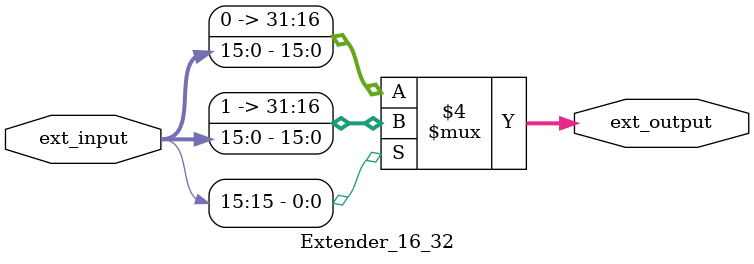
<source format=v>
module Extender_16_32
#(
	parameter INPUT_SIZE = 16, 
	parameter OUTPUT_SIZE = 32
)
(
	input [(INPUT_SIZE-1):0] ext_input,
	output reg [(OUTPUT_SIZE-1):0] ext_output
);

	always @ ( * ) 
	begin
		if( ext_input[15] == 1'b1 )
			ext_output = {{16{1'b1}}, ext_input};
		else
			ext_output = {{16{1'b0}}, ext_input};
	end
	
endmodule 



</source>
